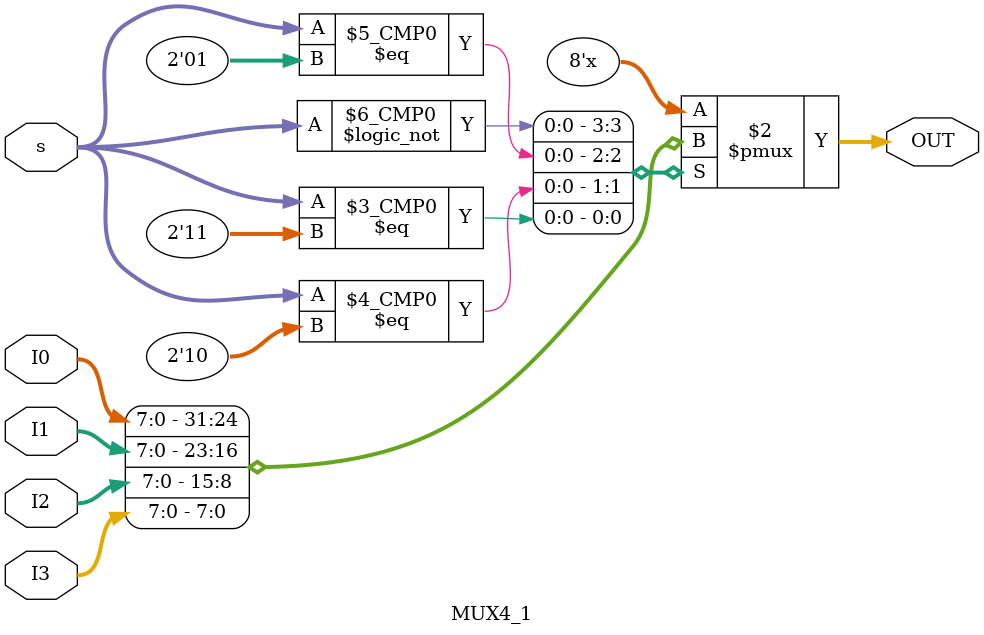
<source format=v>
module MUX4_1 (
	input [7:0] I0,
	input [7:0] I1,
	input [7:0] I2,
	input [7:0] I3,
	input [1:0] s,
	output reg [7:0] OUT
);

	always @(*)
	begin
		case(s)
			2'b00: OUT = I0;
			2'b01: OUT = I1;
			2'b10: OUT = I2;
			2'b11: OUT = I3;
			default: OUT = 8'hxx;
		endcase
	end

endmodule 
</source>
